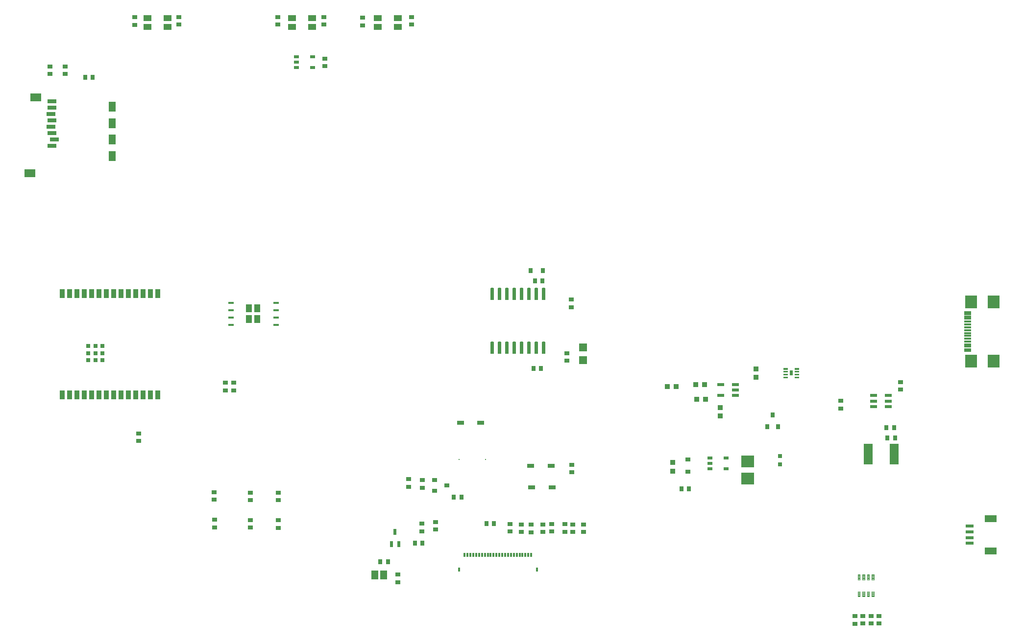
<source format=gbr>
G04 EAGLE Gerber RS-274X export*
G75*
%MOMM*%
%FSLAX34Y34*%
%LPD*%
%INSolderpaste Top*%
%IPPOS*%
%AMOC8*
5,1,8,0,0,1.08239X$1,22.5*%
G01*
G04 Define Apertures*
%ADD10R,1.400000X1.050000*%
%ADD11R,0.900000X0.700000*%
%ADD12R,1.400000X1.400000*%
%ADD13R,0.700000X0.900000*%
%ADD14R,2.200000X2.000000*%
%ADD15R,0.800000X0.800000*%
%ADD16R,1.200000X0.600000*%
%ADD17R,0.940000X0.970000*%
%ADD18R,0.970000X0.940000*%
%ADD19R,0.900000X0.800000*%
%ADD20R,1.150000X0.800000*%
%ADD21R,0.800000X0.900000*%
%ADD22R,0.900000X0.600000*%
%ADD23R,1.150000X0.300000*%
%ADD24R,2.000000X2.180000*%
%ADD25R,0.300000X0.800000*%
%ADD26R,0.400000X0.800000*%
%ADD27R,2.000000X1.200000*%
%ADD28R,1.350000X0.600000*%
%ADD29R,1.200000X1.800000*%
%ADD30R,1.900000X1.400000*%
%ADD31R,1.500000X0.700000*%
%ADD32R,0.127000X0.127000*%
%ADD33R,1.200000X0.550000*%
%ADD34R,1.500000X3.600000*%
%ADD35R,0.500000X1.050000*%
%ADD36C,0.125000*%
%ADD37R,1.168400X1.600200*%
%ADD38R,1.010000X1.460000*%
%ADD39C,0.110000*%
%ADD40R,0.900000X1.500000*%
%ADD41C,0.147500*%
%ADD42R,0.560000X0.820000*%
%ADD43C,0.067500*%
D10*
X400500Y1041828D03*
X365500Y1041828D03*
X365500Y1026828D03*
X400500Y1026828D03*
D11*
X264400Y397900D03*
X264400Y410900D03*
X798900Y152900D03*
X798900Y165900D03*
D12*
X868400Y450000D03*
X868400Y472000D03*
D11*
X589800Y154100D03*
X589800Y167100D03*
D13*
X1038300Y227800D03*
X1051300Y227800D03*
D11*
X1366200Y-5700D03*
X1366200Y7300D03*
X293200Y207900D03*
X293200Y220900D03*
X613400Y157100D03*
X613400Y170100D03*
D14*
X1153000Y244900D03*
X1153000Y274900D03*
D11*
X1352100Y-5500D03*
X1352100Y7500D03*
X1417300Y399300D03*
X1417300Y412300D03*
X230900Y208700D03*
X230900Y221700D03*
X848900Y256300D03*
X848900Y269300D03*
X342000Y207900D03*
X342000Y220900D03*
X761400Y152900D03*
X761400Y165900D03*
X836800Y153400D03*
X836800Y166400D03*
D13*
X8100Y939400D03*
X21100Y939400D03*
D10*
X548500Y1041828D03*
X513500Y1041828D03*
X513500Y1026828D03*
X548500Y1026828D03*
D15*
X1208800Y269500D03*
X1208800Y284500D03*
D11*
X1313700Y366500D03*
X1313700Y379500D03*
D16*
X1370800Y388800D03*
X1370800Y379300D03*
X1370800Y369800D03*
X1395800Y369800D03*
X1395800Y379300D03*
X1395800Y388800D03*
D17*
X1167200Y420300D03*
X1167200Y435300D03*
X1105000Y353300D03*
X1105000Y368300D03*
D18*
X1014300Y404800D03*
X1029300Y404800D03*
D19*
X1049900Y256915D03*
X1049900Y277915D03*
D20*
X656400Y341800D03*
X691400Y341800D03*
X779700Y230100D03*
X814700Y230100D03*
X778100Y267600D03*
X813100Y267600D03*
D18*
X1063300Y407800D03*
X1078300Y407800D03*
D21*
X778078Y604900D03*
X799078Y604900D03*
D17*
X1023600Y258300D03*
X1023600Y273300D03*
D18*
X1064900Y382800D03*
X1079900Y382800D03*
D11*
X850500Y152571D03*
X850500Y165571D03*
X814100Y153500D03*
X814100Y166500D03*
X778900Y152415D03*
X778900Y165415D03*
X742000Y153571D03*
X742000Y166571D03*
X1337800Y-5900D03*
X1337800Y7100D03*
X1379500Y-5500D03*
X1379500Y7500D03*
D13*
X701400Y167600D03*
X714400Y167600D03*
X1394500Y315600D03*
X1407500Y315600D03*
X1392600Y333600D03*
X1405600Y333600D03*
D11*
X869200Y152600D03*
X869200Y165600D03*
D22*
X373000Y975500D03*
X373000Y966000D03*
X373000Y956500D03*
X401000Y956500D03*
X401000Y975500D03*
X1087400Y281000D03*
X1087400Y271500D03*
X1087400Y262000D03*
X1115400Y262000D03*
X1115400Y281000D03*
D23*
X1533028Y466100D03*
X1533028Y474100D03*
X1533028Y487100D03*
X1533028Y497100D03*
X1533028Y502100D03*
X1533028Y512100D03*
X1533028Y525100D03*
X1533028Y533100D03*
X1533028Y530100D03*
X1533028Y522100D03*
X1533028Y517100D03*
X1533028Y507100D03*
X1533028Y492100D03*
X1533028Y482100D03*
X1533028Y477100D03*
X1533028Y469100D03*
D24*
X1578078Y448500D03*
X1578078Y550700D03*
X1538778Y448500D03*
X1538778Y550700D03*
D25*
X778700Y113000D03*
X773700Y113000D03*
X768700Y113000D03*
X763700Y113000D03*
X758700Y113000D03*
X753700Y113000D03*
X748700Y113000D03*
X743700Y113000D03*
X738700Y113000D03*
X733700Y113000D03*
X728700Y113000D03*
X723700Y113000D03*
X718700Y113000D03*
X713700Y113000D03*
X708700Y113000D03*
X703700Y113000D03*
X698700Y113000D03*
X693700Y113000D03*
X688700Y113000D03*
X683700Y113000D03*
X678700Y113000D03*
X673700Y113000D03*
X668700Y113000D03*
X663700Y113000D03*
D26*
X788700Y88000D03*
X653700Y88000D03*
D27*
X1573078Y120200D03*
X1573078Y176200D03*
D28*
X1536328Y133200D03*
X1536328Y143200D03*
X1536328Y153200D03*
X1536328Y163200D03*
D29*
X54922Y803300D03*
X54922Y860300D03*
D30*
X-87578Y773300D03*
X-77578Y904800D03*
D31*
X-49078Y821300D03*
X-45078Y832300D03*
X-49078Y843300D03*
X-51078Y854300D03*
X-49078Y865300D03*
X-51078Y876300D03*
X-49078Y887300D03*
X-49078Y898300D03*
D29*
X54922Y831800D03*
X54922Y888800D03*
D32*
X654440Y278000D03*
X700160Y278000D03*
D33*
X1132001Y389000D03*
X1132001Y398500D03*
X1132001Y408000D03*
X1105999Y408000D03*
X1105999Y389000D03*
D34*
X1361300Y287400D03*
X1406300Y287400D03*
D21*
X1186600Y334600D03*
X1205600Y334600D03*
X1196100Y355600D03*
D19*
X611800Y243100D03*
X611800Y224100D03*
X632800Y233600D03*
D35*
X536900Y132100D03*
X549900Y132100D03*
X543400Y153100D03*
D11*
X100500Y310300D03*
X100500Y323300D03*
X-26700Y945400D03*
X-26700Y958400D03*
D13*
X518000Y101100D03*
X531000Y101100D03*
D11*
X840600Y449300D03*
X840600Y462300D03*
X848100Y542000D03*
X848100Y555000D03*
D13*
X782500Y436000D03*
X795500Y436000D03*
D11*
X249900Y397800D03*
X249900Y410800D03*
D13*
X645200Y212800D03*
X658200Y212800D03*
X785300Y587000D03*
X798300Y587000D03*
X577800Y133915D03*
X590800Y133915D03*
D11*
X567000Y231300D03*
X567000Y244300D03*
X548100Y66071D03*
X548100Y79071D03*
X231600Y160900D03*
X231600Y173900D03*
X-52500Y945400D03*
X-52500Y958400D03*
X422400Y958700D03*
X422400Y971700D03*
X571600Y1030578D03*
X571600Y1043578D03*
X420800Y1030578D03*
X420800Y1043578D03*
X170000Y1030578D03*
X170000Y1043578D03*
X293200Y160700D03*
X293200Y173700D03*
D10*
X150500Y1041828D03*
X115500Y1041828D03*
X115500Y1026828D03*
X150500Y1026828D03*
D11*
X340600Y1030578D03*
X340600Y1043578D03*
X591000Y229500D03*
X591000Y242500D03*
X487200Y1029500D03*
X487200Y1042500D03*
X341600Y159900D03*
X341600Y172900D03*
X93400Y1030500D03*
X93400Y1043500D03*
D36*
X1346975Y79035D02*
X1346975Y70125D01*
X1343225Y70125D01*
X1343225Y79035D01*
X1346975Y79035D01*
X1346975Y71312D02*
X1343225Y71312D01*
X1343225Y72499D02*
X1346975Y72499D01*
X1346975Y73686D02*
X1343225Y73686D01*
X1343225Y74873D02*
X1346975Y74873D01*
X1346975Y76060D02*
X1343225Y76060D01*
X1343225Y77247D02*
X1346975Y77247D01*
X1346975Y78434D02*
X1343225Y78434D01*
X1354975Y79035D02*
X1354975Y70125D01*
X1351225Y70125D01*
X1351225Y79035D01*
X1354975Y79035D01*
X1354975Y71312D02*
X1351225Y71312D01*
X1351225Y72499D02*
X1354975Y72499D01*
X1354975Y73686D02*
X1351225Y73686D01*
X1351225Y74873D02*
X1354975Y74873D01*
X1354975Y76060D02*
X1351225Y76060D01*
X1351225Y77247D02*
X1354975Y77247D01*
X1354975Y78434D02*
X1351225Y78434D01*
X1362975Y79035D02*
X1362975Y70125D01*
X1359225Y70125D01*
X1359225Y79035D01*
X1362975Y79035D01*
X1362975Y71312D02*
X1359225Y71312D01*
X1359225Y72499D02*
X1362975Y72499D01*
X1362975Y73686D02*
X1359225Y73686D01*
X1359225Y74873D02*
X1362975Y74873D01*
X1362975Y76060D02*
X1359225Y76060D01*
X1359225Y77247D02*
X1362975Y77247D01*
X1362975Y78434D02*
X1359225Y78434D01*
X1370975Y79035D02*
X1370975Y70125D01*
X1367225Y70125D01*
X1367225Y79035D01*
X1370975Y79035D01*
X1370975Y71312D02*
X1367225Y71312D01*
X1367225Y72499D02*
X1370975Y72499D01*
X1370975Y73686D02*
X1367225Y73686D01*
X1367225Y74873D02*
X1370975Y74873D01*
X1370975Y76060D02*
X1367225Y76060D01*
X1367225Y77247D02*
X1370975Y77247D01*
X1370975Y78434D02*
X1367225Y78434D01*
X1371175Y49875D02*
X1371175Y40965D01*
X1367425Y40965D01*
X1367425Y49875D01*
X1371175Y49875D01*
X1371175Y42152D02*
X1367425Y42152D01*
X1367425Y43339D02*
X1371175Y43339D01*
X1371175Y44526D02*
X1367425Y44526D01*
X1367425Y45713D02*
X1371175Y45713D01*
X1371175Y46900D02*
X1367425Y46900D01*
X1367425Y48087D02*
X1371175Y48087D01*
X1371175Y49274D02*
X1367425Y49274D01*
X1362975Y49875D02*
X1362975Y40965D01*
X1359225Y40965D01*
X1359225Y49875D01*
X1362975Y49875D01*
X1362975Y42152D02*
X1359225Y42152D01*
X1359225Y43339D02*
X1362975Y43339D01*
X1362975Y44526D02*
X1359225Y44526D01*
X1359225Y45713D02*
X1362975Y45713D01*
X1362975Y46900D02*
X1359225Y46900D01*
X1359225Y48087D02*
X1362975Y48087D01*
X1362975Y49274D02*
X1359225Y49274D01*
X1354975Y49875D02*
X1354975Y40965D01*
X1351225Y40965D01*
X1351225Y49875D01*
X1354975Y49875D01*
X1354975Y42152D02*
X1351225Y42152D01*
X1351225Y43339D02*
X1354975Y43339D01*
X1354975Y44526D02*
X1351225Y44526D01*
X1351225Y45713D02*
X1354975Y45713D01*
X1354975Y46900D02*
X1351225Y46900D01*
X1351225Y48087D02*
X1354975Y48087D01*
X1354975Y49274D02*
X1351225Y49274D01*
X1346975Y49875D02*
X1346975Y40965D01*
X1343225Y40965D01*
X1343225Y49875D01*
X1346975Y49875D01*
X1346975Y42152D02*
X1343225Y42152D01*
X1343225Y43339D02*
X1346975Y43339D01*
X1346975Y44526D02*
X1343225Y44526D01*
X1343225Y45713D02*
X1346975Y45713D01*
X1346975Y46900D02*
X1343225Y46900D01*
X1343225Y48087D02*
X1346975Y48087D01*
X1346975Y49274D02*
X1343225Y49274D01*
D37*
X508580Y78500D03*
X523820Y78500D03*
D38*
X290950Y540200D03*
X305650Y540200D03*
X290950Y521000D03*
X305650Y521000D03*
D39*
X263500Y548000D02*
X255200Y548000D01*
X255200Y551300D01*
X263500Y551300D01*
X263500Y548000D01*
X263500Y549045D02*
X255200Y549045D01*
X255200Y550090D02*
X263500Y550090D01*
X263500Y551135D02*
X255200Y551135D01*
X255200Y535300D02*
X263500Y535300D01*
X255200Y535300D02*
X255200Y538600D01*
X263500Y538600D01*
X263500Y535300D01*
X263500Y536345D02*
X255200Y536345D01*
X255200Y537390D02*
X263500Y537390D01*
X263500Y538435D02*
X255200Y538435D01*
X255200Y522600D02*
X263500Y522600D01*
X255200Y522600D02*
X255200Y525900D01*
X263500Y525900D01*
X263500Y522600D01*
X263500Y523645D02*
X255200Y523645D01*
X255200Y524690D02*
X263500Y524690D01*
X263500Y525735D02*
X255200Y525735D01*
X255200Y509900D02*
X263500Y509900D01*
X255200Y509900D02*
X255200Y513200D01*
X263500Y513200D01*
X263500Y509900D01*
X263500Y510945D02*
X255200Y510945D01*
X255200Y511990D02*
X263500Y511990D01*
X263500Y513035D02*
X255200Y513035D01*
X333100Y509900D02*
X341400Y509900D01*
X333100Y509900D02*
X333100Y513200D01*
X341400Y513200D01*
X341400Y509900D01*
X341400Y510945D02*
X333100Y510945D01*
X333100Y511990D02*
X341400Y511990D01*
X341400Y513035D02*
X333100Y513035D01*
X333100Y522600D02*
X341400Y522600D01*
X333100Y522600D02*
X333100Y525900D01*
X341400Y525900D01*
X341400Y522600D01*
X341400Y523645D02*
X333100Y523645D01*
X333100Y524690D02*
X341400Y524690D01*
X341400Y525735D02*
X333100Y525735D01*
X333100Y535300D02*
X341400Y535300D01*
X333100Y535300D02*
X333100Y538600D01*
X341400Y538600D01*
X341400Y535300D01*
X341400Y536345D02*
X333100Y536345D01*
X333100Y537390D02*
X341400Y537390D01*
X341400Y538435D02*
X333100Y538435D01*
X333100Y548000D02*
X341400Y548000D01*
X333100Y548000D02*
X333100Y551300D01*
X341400Y551300D01*
X341400Y548000D01*
X341400Y549045D02*
X333100Y549045D01*
X333100Y550090D02*
X341400Y550090D01*
X341400Y551135D02*
X333100Y551135D01*
D40*
X-31600Y389900D03*
X-18900Y389900D03*
X-6200Y389900D03*
X6500Y389900D03*
X19200Y389900D03*
X31900Y389900D03*
X44600Y389900D03*
X57300Y389900D03*
X70000Y389900D03*
X82700Y389900D03*
X95400Y389900D03*
X108100Y389900D03*
X120800Y389900D03*
X133500Y389900D03*
X133500Y564900D03*
X120800Y564900D03*
X108100Y564900D03*
X95400Y564900D03*
X82700Y564900D03*
X70000Y564900D03*
X57300Y564900D03*
X44600Y564900D03*
X31900Y564900D03*
X19200Y564900D03*
X6500Y564900D03*
X-6200Y564900D03*
X-18900Y564900D03*
X-31600Y564900D03*
D15*
X25600Y462350D03*
X13100Y449850D03*
X13100Y462350D03*
X13100Y474850D03*
X25600Y449850D03*
X25600Y474850D03*
X38100Y449850D03*
X38100Y462350D03*
X38100Y474850D03*
D41*
X798137Y555537D02*
X798137Y574563D01*
X802563Y574563D01*
X802563Y555537D01*
X798137Y555537D01*
X798137Y556938D02*
X802563Y556938D01*
X802563Y558339D02*
X798137Y558339D01*
X798137Y559740D02*
X802563Y559740D01*
X802563Y561141D02*
X798137Y561141D01*
X798137Y562542D02*
X802563Y562542D01*
X802563Y563943D02*
X798137Y563943D01*
X798137Y565344D02*
X802563Y565344D01*
X802563Y566745D02*
X798137Y566745D01*
X798137Y568146D02*
X802563Y568146D01*
X802563Y569547D02*
X798137Y569547D01*
X798137Y570948D02*
X802563Y570948D01*
X802563Y572349D02*
X798137Y572349D01*
X798137Y573750D02*
X802563Y573750D01*
X785437Y574563D02*
X785437Y555537D01*
X785437Y574563D02*
X789863Y574563D01*
X789863Y555537D01*
X785437Y555537D01*
X785437Y556938D02*
X789863Y556938D01*
X789863Y558339D02*
X785437Y558339D01*
X785437Y559740D02*
X789863Y559740D01*
X789863Y561141D02*
X785437Y561141D01*
X785437Y562542D02*
X789863Y562542D01*
X789863Y563943D02*
X785437Y563943D01*
X785437Y565344D02*
X789863Y565344D01*
X789863Y566745D02*
X785437Y566745D01*
X785437Y568146D02*
X789863Y568146D01*
X789863Y569547D02*
X785437Y569547D01*
X785437Y570948D02*
X789863Y570948D01*
X789863Y572349D02*
X785437Y572349D01*
X785437Y573750D02*
X789863Y573750D01*
X772737Y574563D02*
X772737Y555537D01*
X772737Y574563D02*
X777163Y574563D01*
X777163Y555537D01*
X772737Y555537D01*
X772737Y556938D02*
X777163Y556938D01*
X777163Y558339D02*
X772737Y558339D01*
X772737Y559740D02*
X777163Y559740D01*
X777163Y561141D02*
X772737Y561141D01*
X772737Y562542D02*
X777163Y562542D01*
X777163Y563943D02*
X772737Y563943D01*
X772737Y565344D02*
X777163Y565344D01*
X777163Y566745D02*
X772737Y566745D01*
X772737Y568146D02*
X777163Y568146D01*
X777163Y569547D02*
X772737Y569547D01*
X772737Y570948D02*
X777163Y570948D01*
X777163Y572349D02*
X772737Y572349D01*
X772737Y573750D02*
X777163Y573750D01*
X760037Y574563D02*
X760037Y555537D01*
X760037Y574563D02*
X764463Y574563D01*
X764463Y555537D01*
X760037Y555537D01*
X760037Y556938D02*
X764463Y556938D01*
X764463Y558339D02*
X760037Y558339D01*
X760037Y559740D02*
X764463Y559740D01*
X764463Y561141D02*
X760037Y561141D01*
X760037Y562542D02*
X764463Y562542D01*
X764463Y563943D02*
X760037Y563943D01*
X760037Y565344D02*
X764463Y565344D01*
X764463Y566745D02*
X760037Y566745D01*
X760037Y568146D02*
X764463Y568146D01*
X764463Y569547D02*
X760037Y569547D01*
X760037Y570948D02*
X764463Y570948D01*
X764463Y572349D02*
X760037Y572349D01*
X760037Y573750D02*
X764463Y573750D01*
X747337Y574563D02*
X747337Y555537D01*
X747337Y574563D02*
X751763Y574563D01*
X751763Y555537D01*
X747337Y555537D01*
X747337Y556938D02*
X751763Y556938D01*
X751763Y558339D02*
X747337Y558339D01*
X747337Y559740D02*
X751763Y559740D01*
X751763Y561141D02*
X747337Y561141D01*
X747337Y562542D02*
X751763Y562542D01*
X751763Y563943D02*
X747337Y563943D01*
X747337Y565344D02*
X751763Y565344D01*
X751763Y566745D02*
X747337Y566745D01*
X747337Y568146D02*
X751763Y568146D01*
X751763Y569547D02*
X747337Y569547D01*
X747337Y570948D02*
X751763Y570948D01*
X751763Y572349D02*
X747337Y572349D01*
X747337Y573750D02*
X751763Y573750D01*
X734637Y574563D02*
X734637Y555537D01*
X734637Y574563D02*
X739063Y574563D01*
X739063Y555537D01*
X734637Y555537D01*
X734637Y556938D02*
X739063Y556938D01*
X739063Y558339D02*
X734637Y558339D01*
X734637Y559740D02*
X739063Y559740D01*
X739063Y561141D02*
X734637Y561141D01*
X734637Y562542D02*
X739063Y562542D01*
X739063Y563943D02*
X734637Y563943D01*
X734637Y565344D02*
X739063Y565344D01*
X739063Y566745D02*
X734637Y566745D01*
X734637Y568146D02*
X739063Y568146D01*
X739063Y569547D02*
X734637Y569547D01*
X734637Y570948D02*
X739063Y570948D01*
X739063Y572349D02*
X734637Y572349D01*
X734637Y573750D02*
X739063Y573750D01*
X721937Y574563D02*
X721937Y555537D01*
X721937Y574563D02*
X726363Y574563D01*
X726363Y555537D01*
X721937Y555537D01*
X721937Y556938D02*
X726363Y556938D01*
X726363Y558339D02*
X721937Y558339D01*
X721937Y559740D02*
X726363Y559740D01*
X726363Y561141D02*
X721937Y561141D01*
X721937Y562542D02*
X726363Y562542D01*
X726363Y563943D02*
X721937Y563943D01*
X721937Y565344D02*
X726363Y565344D01*
X726363Y566745D02*
X721937Y566745D01*
X721937Y568146D02*
X726363Y568146D01*
X726363Y569547D02*
X721937Y569547D01*
X721937Y570948D02*
X726363Y570948D01*
X726363Y572349D02*
X721937Y572349D01*
X721937Y573750D02*
X726363Y573750D01*
X709237Y574563D02*
X709237Y555537D01*
X709237Y574563D02*
X713663Y574563D01*
X713663Y555537D01*
X709237Y555537D01*
X709237Y556938D02*
X713663Y556938D01*
X713663Y558339D02*
X709237Y558339D01*
X709237Y559740D02*
X713663Y559740D01*
X713663Y561141D02*
X709237Y561141D01*
X709237Y562542D02*
X713663Y562542D01*
X713663Y563943D02*
X709237Y563943D01*
X709237Y565344D02*
X713663Y565344D01*
X713663Y566745D02*
X709237Y566745D01*
X709237Y568146D02*
X713663Y568146D01*
X713663Y569547D02*
X709237Y569547D01*
X709237Y570948D02*
X713663Y570948D01*
X713663Y572349D02*
X709237Y572349D01*
X709237Y573750D02*
X713663Y573750D01*
X709237Y481463D02*
X709237Y462437D01*
X709237Y481463D02*
X713663Y481463D01*
X713663Y462437D01*
X709237Y462437D01*
X709237Y463838D02*
X713663Y463838D01*
X713663Y465239D02*
X709237Y465239D01*
X709237Y466640D02*
X713663Y466640D01*
X713663Y468041D02*
X709237Y468041D01*
X709237Y469442D02*
X713663Y469442D01*
X713663Y470843D02*
X709237Y470843D01*
X709237Y472244D02*
X713663Y472244D01*
X713663Y473645D02*
X709237Y473645D01*
X709237Y475046D02*
X713663Y475046D01*
X713663Y476447D02*
X709237Y476447D01*
X709237Y477848D02*
X713663Y477848D01*
X713663Y479249D02*
X709237Y479249D01*
X709237Y480650D02*
X713663Y480650D01*
X721937Y481463D02*
X721937Y462437D01*
X721937Y481463D02*
X726363Y481463D01*
X726363Y462437D01*
X721937Y462437D01*
X721937Y463838D02*
X726363Y463838D01*
X726363Y465239D02*
X721937Y465239D01*
X721937Y466640D02*
X726363Y466640D01*
X726363Y468041D02*
X721937Y468041D01*
X721937Y469442D02*
X726363Y469442D01*
X726363Y470843D02*
X721937Y470843D01*
X721937Y472244D02*
X726363Y472244D01*
X726363Y473645D02*
X721937Y473645D01*
X721937Y475046D02*
X726363Y475046D01*
X726363Y476447D02*
X721937Y476447D01*
X721937Y477848D02*
X726363Y477848D01*
X726363Y479249D02*
X721937Y479249D01*
X721937Y480650D02*
X726363Y480650D01*
X734637Y481463D02*
X734637Y462437D01*
X734637Y481463D02*
X739063Y481463D01*
X739063Y462437D01*
X734637Y462437D01*
X734637Y463838D02*
X739063Y463838D01*
X739063Y465239D02*
X734637Y465239D01*
X734637Y466640D02*
X739063Y466640D01*
X739063Y468041D02*
X734637Y468041D01*
X734637Y469442D02*
X739063Y469442D01*
X739063Y470843D02*
X734637Y470843D01*
X734637Y472244D02*
X739063Y472244D01*
X739063Y473645D02*
X734637Y473645D01*
X734637Y475046D02*
X739063Y475046D01*
X739063Y476447D02*
X734637Y476447D01*
X734637Y477848D02*
X739063Y477848D01*
X739063Y479249D02*
X734637Y479249D01*
X734637Y480650D02*
X739063Y480650D01*
X747337Y481463D02*
X747337Y462437D01*
X747337Y481463D02*
X751763Y481463D01*
X751763Y462437D01*
X747337Y462437D01*
X747337Y463838D02*
X751763Y463838D01*
X751763Y465239D02*
X747337Y465239D01*
X747337Y466640D02*
X751763Y466640D01*
X751763Y468041D02*
X747337Y468041D01*
X747337Y469442D02*
X751763Y469442D01*
X751763Y470843D02*
X747337Y470843D01*
X747337Y472244D02*
X751763Y472244D01*
X751763Y473645D02*
X747337Y473645D01*
X747337Y475046D02*
X751763Y475046D01*
X751763Y476447D02*
X747337Y476447D01*
X747337Y477848D02*
X751763Y477848D01*
X751763Y479249D02*
X747337Y479249D01*
X747337Y480650D02*
X751763Y480650D01*
X760037Y481463D02*
X760037Y462437D01*
X760037Y481463D02*
X764463Y481463D01*
X764463Y462437D01*
X760037Y462437D01*
X760037Y463838D02*
X764463Y463838D01*
X764463Y465239D02*
X760037Y465239D01*
X760037Y466640D02*
X764463Y466640D01*
X764463Y468041D02*
X760037Y468041D01*
X760037Y469442D02*
X764463Y469442D01*
X764463Y470843D02*
X760037Y470843D01*
X760037Y472244D02*
X764463Y472244D01*
X764463Y473645D02*
X760037Y473645D01*
X760037Y475046D02*
X764463Y475046D01*
X764463Y476447D02*
X760037Y476447D01*
X760037Y477848D02*
X764463Y477848D01*
X764463Y479249D02*
X760037Y479249D01*
X760037Y480650D02*
X764463Y480650D01*
X772737Y481463D02*
X772737Y462437D01*
X772737Y481463D02*
X777163Y481463D01*
X777163Y462437D01*
X772737Y462437D01*
X772737Y463838D02*
X777163Y463838D01*
X777163Y465239D02*
X772737Y465239D01*
X772737Y466640D02*
X777163Y466640D01*
X777163Y468041D02*
X772737Y468041D01*
X772737Y469442D02*
X777163Y469442D01*
X777163Y470843D02*
X772737Y470843D01*
X772737Y472244D02*
X777163Y472244D01*
X777163Y473645D02*
X772737Y473645D01*
X772737Y475046D02*
X777163Y475046D01*
X777163Y476447D02*
X772737Y476447D01*
X772737Y477848D02*
X777163Y477848D01*
X777163Y479249D02*
X772737Y479249D01*
X772737Y480650D02*
X777163Y480650D01*
X785437Y481463D02*
X785437Y462437D01*
X785437Y481463D02*
X789863Y481463D01*
X789863Y462437D01*
X785437Y462437D01*
X785437Y463838D02*
X789863Y463838D01*
X789863Y465239D02*
X785437Y465239D01*
X785437Y466640D02*
X789863Y466640D01*
X789863Y468041D02*
X785437Y468041D01*
X785437Y469442D02*
X789863Y469442D01*
X789863Y470843D02*
X785437Y470843D01*
X785437Y472244D02*
X789863Y472244D01*
X789863Y473645D02*
X785437Y473645D01*
X785437Y475046D02*
X789863Y475046D01*
X789863Y476447D02*
X785437Y476447D01*
X785437Y477848D02*
X789863Y477848D01*
X789863Y479249D02*
X785437Y479249D01*
X785437Y480650D02*
X789863Y480650D01*
X798137Y481463D02*
X798137Y462437D01*
X798137Y481463D02*
X802563Y481463D01*
X802563Y462437D01*
X798137Y462437D01*
X798137Y463838D02*
X802563Y463838D01*
X802563Y465239D02*
X798137Y465239D01*
X798137Y466640D02*
X802563Y466640D01*
X802563Y468041D02*
X798137Y468041D01*
X798137Y469442D02*
X802563Y469442D01*
X802563Y470843D02*
X798137Y470843D01*
X798137Y472244D02*
X802563Y472244D01*
X802563Y473645D02*
X798137Y473645D01*
X798137Y475046D02*
X802563Y475046D01*
X802563Y476447D02*
X798137Y476447D01*
X798137Y477848D02*
X802563Y477848D01*
X802563Y479249D02*
X798137Y479249D01*
X798137Y480650D02*
X802563Y480650D01*
D42*
X1227900Y428000D03*
D43*
X1221513Y434487D02*
X1214587Y434487D01*
X1214587Y436513D01*
X1221513Y436513D01*
X1221513Y434487D01*
X1221513Y435128D02*
X1214587Y435128D01*
X1214587Y435769D02*
X1221513Y435769D01*
X1221513Y436410D02*
X1214587Y436410D01*
X1214587Y429487D02*
X1221513Y429487D01*
X1214587Y429487D02*
X1214587Y431513D01*
X1221513Y431513D01*
X1221513Y429487D01*
X1221513Y430128D02*
X1214587Y430128D01*
X1214587Y430769D02*
X1221513Y430769D01*
X1221513Y431410D02*
X1214587Y431410D01*
X1214587Y424487D02*
X1221513Y424487D01*
X1214587Y424487D02*
X1214587Y426513D01*
X1221513Y426513D01*
X1221513Y424487D01*
X1221513Y425128D02*
X1214587Y425128D01*
X1214587Y425769D02*
X1221513Y425769D01*
X1221513Y426410D02*
X1214587Y426410D01*
X1214587Y419487D02*
X1221513Y419487D01*
X1214587Y419487D02*
X1214587Y421513D01*
X1221513Y421513D01*
X1221513Y419487D01*
X1221513Y420128D02*
X1214587Y420128D01*
X1214587Y420769D02*
X1221513Y420769D01*
X1221513Y421410D02*
X1214587Y421410D01*
X1234287Y419487D02*
X1241213Y419487D01*
X1234287Y419487D02*
X1234287Y421513D01*
X1241213Y421513D01*
X1241213Y419487D01*
X1241213Y420128D02*
X1234287Y420128D01*
X1234287Y420769D02*
X1241213Y420769D01*
X1241213Y421410D02*
X1234287Y421410D01*
X1234287Y424487D02*
X1241213Y424487D01*
X1234287Y424487D02*
X1234287Y426513D01*
X1241213Y426513D01*
X1241213Y424487D01*
X1241213Y425128D02*
X1234287Y425128D01*
X1234287Y425769D02*
X1241213Y425769D01*
X1241213Y426410D02*
X1234287Y426410D01*
X1234287Y429487D02*
X1241213Y429487D01*
X1234287Y429487D02*
X1234287Y431513D01*
X1241213Y431513D01*
X1241213Y429487D01*
X1241213Y430128D02*
X1234287Y430128D01*
X1234287Y430769D02*
X1241213Y430769D01*
X1241213Y431410D02*
X1234287Y431410D01*
X1234287Y434487D02*
X1241213Y434487D01*
X1234287Y434487D02*
X1234287Y436513D01*
X1241213Y436513D01*
X1241213Y434487D01*
X1241213Y435128D02*
X1234287Y435128D01*
X1234287Y435769D02*
X1241213Y435769D01*
X1241213Y436410D02*
X1234287Y436410D01*
M02*

</source>
